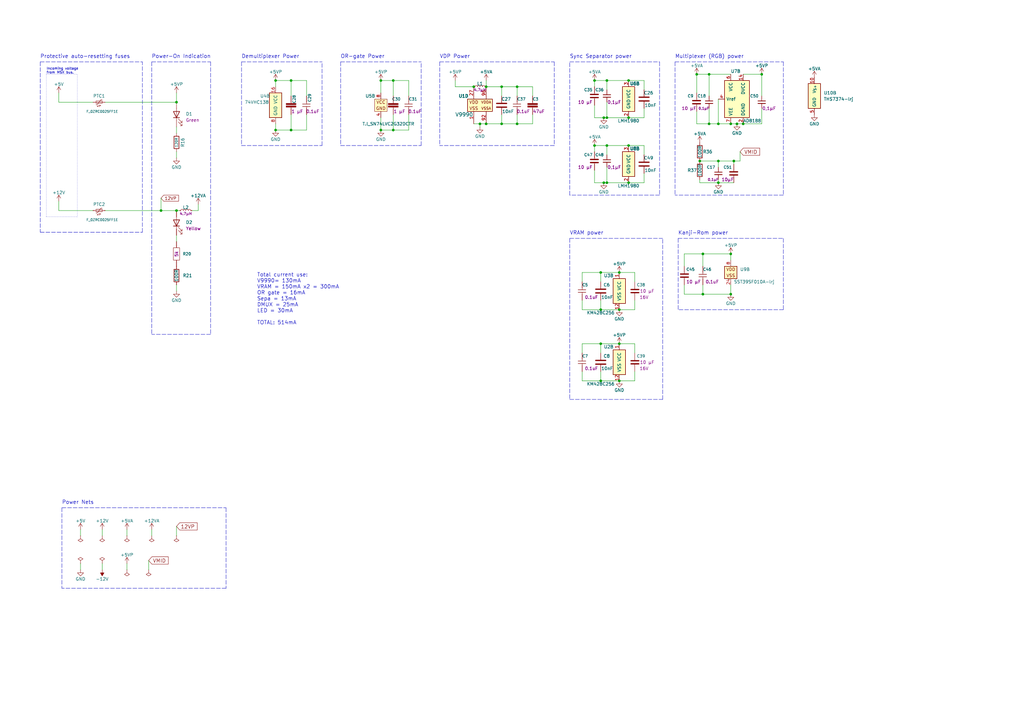
<source format=kicad_sch>
(kicad_sch (version 20211123) (generator eeschema)
  (paper "A3")
  (title_block (title "TRH9000D") (date "2022-12-29") (rev "AB") (comment 2 "Shared under CERN-OHL-S license") (comment 3 "TRH9000 - Open Source MSX Graphics Card based on the Yamaha V9990") (comment 4 "Designed  by: Cristiano Goncalves, Doomn00b, SD_Snatcher & Sunrise"))
  (junction (at 285.75 30.48))
  (junction (at 161.29 53.34))
  (junction (at 113.03 53.34))
  (junction (at 156.21 53.34))
  (junction (at 194.31 35.56))
  (junction (at 199.39 50.8))
  (junction (at 113.03 33.02))
  (junction (at 196.85 50.8))
  (junction (at 212.09 50.8))
  (junction (at 287.02 66.04))
  (junction (at 205.74 35.56))
  (junction (at 119.38 53.34))
  (junction (at 72.39 41.91))
  (junction (at 254 111.76))
  (junction (at 254 140.97))
  (junction (at 257.81 48.26))
  (junction (at 247.65 74.93))
  (junction (at 246.38 127))
  (junction (at 304.8 50.8))
  (junction (at 294.64 74.93))
  (junction (at 290.83 50.8))
  (junction (at 299.72 104.14))
  (junction (at 199.39 35.56))
  (junction (at 205.74 50.8))
  (junction (at 66.04 86.36))
  (junction (at 254 156.21))
  (junction (at 248.92 74.93))
  (junction (at 72.39 86.36))
  (junction (at 288.29 104.14))
  (junction (at 257.81 74.93))
  (junction (at 302.26 50.8))
  (junction (at 248.92 33.02))
  (junction (at 312.42 30.48))
  (junction (at 246.38 156.21))
  (junction (at 248.92 59.69))
  (junction (at 299.72 120.65))
  (junction (at 300.99 66.04))
  (junction (at 299.72 50.8))
  (junction (at 257.81 59.69))
  (junction (at 243.84 59.69))
  (junction (at 290.83 30.48))
  (junction (at 212.09 35.56))
  (junction (at 161.29 33.02))
  (junction (at 243.84 33.02))
  (junction (at 254 127))
  (junction (at 119.38 33.02))
  (junction (at 246.38 111.76))
  (junction (at 288.29 120.65))
  (junction (at 246.38 140.97))
  (junction (at 294.64 50.8))
  (junction (at 294.64 66.04))
  (junction (at 247.65 48.26))
  (junction (at 257.81 33.02))
  (junction (at 248.92 48.26))
  (junction (at 156.21 33.02))
  (polyline (pts (xy 16.51 95.25) (xy 58.42 95.25)))
  (wire (pts (xy 196.85 52.07) (xy 196.85 50.8)))
  (wire (pts (xy 119.38 33.02) (xy 113.03 33.02)))
  (wire (pts (xy 288.29 104.14) (xy 288.29 109.22)))
  (wire (pts (xy 81.28 83.82) (xy 81.28 86.36)))
  (wire (pts (xy 196.85 50.8) (xy 194.31 50.8)))
  (wire (pts (xy 238.76 127) (xy 246.38 127)))
  (wire (pts (xy 246.38 111.76) (xy 254 111.76)))
  (wire (pts (xy 24.13 38.1) (xy 24.13 41.91)))
  (wire (pts (xy 304.8 50.8) (xy 312.42 50.8)))
  (polyline (pts (xy 99.06 59.69) (xy 132.08 59.69)))
  (wire (pts (xy 72.39 54.61) (xy 72.39 52.07)))
  (polyline (pts (xy 278.13 97.79) (xy 321.31 97.79)))
  (wire (pts (xy 60.96 229.87) (xy 60.96 233.68)))
  (polyline (pts (xy 321.31 25.4) (xy 321.31 80.01)))
  (wire (pts (xy 248.92 74.93) (xy 247.65 74.93)))
  (polyline (pts (xy 233.68 25.4) (xy 270.51 25.4)))
  (wire (pts (xy 264.16 74.93) (xy 264.16 71.12)))
  (wire (pts (xy 264.16 33.02) (xy 264.16 36.83)))
  (wire (pts (xy 257.81 33.02) (xy 264.16 33.02)))
  (wire (pts (xy 248.92 74.93) (xy 257.81 74.93)))
  (wire (pts (xy 290.83 30.48) (xy 299.72 30.48)))
  (wire (pts (xy 294.64 50.8) (xy 299.72 50.8)))
  (wire (pts (xy 238.76 140.97) (xy 238.76 144.78)))
  (wire (pts (xy 246.38 144.78) (xy 246.38 140.97)))
  (polyline (pts (xy 19.05 88.9) (xy 31.75 88.9)) (stroke (width 0) (type dot)))
  (wire (pts (xy 66.04 81.28) (xy 66.04 86.36)))
  (wire (pts (xy 72.39 116.84) (xy 72.39 119.38)))
  (wire (pts (xy 290.83 50.8) (xy 294.64 50.8)))
  (polyline (pts (xy 139.7 59.69) (xy 172.72 59.69)))
  (wire (pts (xy 294.64 73.66) (xy 294.64 74.93)))
  (wire (pts (xy 72.39 86.36) (xy 73.66 86.36)))
  (wire (pts (xy 212.09 50.8) (xy 218.44 50.8)))
  (wire (pts (xy 257.81 74.93) (xy 264.16 74.93)))
  (wire (pts (xy 299.72 116.84) (xy 299.72 120.65)))
  (wire (pts (xy 167.64 53.34) (xy 161.29 53.34)))
  (polyline (pts (xy 19.05 30.48) (xy 31.75 30.48)) (stroke (width 0) (type dot)))
  (wire (pts (xy 285.75 50.8) (xy 290.83 50.8)))
  (wire (pts (xy 243.84 33.02) (xy 248.92 33.02)))
  (polyline (pts (xy 92.71 208.28) (xy 92.71 241.3)))
  (polyline (pts (xy 86.36 137.16) (xy 62.23 137.16)))
  (wire (pts (xy 119.38 39.37) (xy 119.38 33.02)))
  (wire (pts (xy 33.02 217.17) (xy 33.02 219.71)))
  (wire (pts (xy 156.21 33.02) (xy 156.21 38.1)))
  (wire (pts (xy 238.76 127) (xy 238.76 123.19)))
  (wire (pts (xy 246.38 156.21) (xy 254 156.21)))
  (polyline (pts (xy 227.33 25.4) (xy 227.33 59.69)))
  (wire (pts (xy 243.84 48.26) (xy 247.65 48.26)))
  (wire (pts (xy 246.38 115.57) (xy 246.38 111.76)))
  (wire (pts (xy 248.92 48.26) (xy 257.81 48.26)))
  (wire (pts (xy 280.67 120.65) (xy 288.29 120.65)))
  (polyline (pts (xy 233.68 163.83) (xy 271.78 163.83)))
  (wire (pts (xy 254 127) (xy 260.35 127)))
  (wire (pts (xy 218.44 46.99) (xy 218.44 50.8)))
  (wire (pts (xy 285.75 30.48) (xy 285.75 38.1)))
  (wire (pts (xy 212.09 39.37) (xy 212.09 35.56)))
  (wire (pts (xy 243.84 59.69) (xy 248.92 59.69)))
  (wire (pts (xy 212.09 46.99) (xy 212.09 50.8)))
  (polyline (pts (xy 16.51 25.4) (xy 16.51 95.25)))
  (wire (pts (xy 294.64 66.04) (xy 294.64 68.58)))
  (wire (pts (xy 299.72 104.14) (xy 299.72 106.68)))
  (wire (pts (xy 246.38 152.4) (xy 246.38 156.21)))
  (wire (pts (xy 24.13 86.36) (xy 38.1 86.36)))
  (wire (pts (xy 161.29 33.02) (xy 161.29 39.37)))
  (wire (pts (xy 254 156.21) (xy 260.35 156.21)))
  (wire (pts (xy 312.42 30.48) (xy 312.42 39.37)))
  (wire (pts (xy 38.1 41.91) (xy 24.13 41.91)))
  (wire (pts (xy 238.76 111.76) (xy 246.38 111.76)))
  (wire (pts (xy 294.64 66.04) (xy 300.99 66.04)))
  (wire (pts (xy 125.73 39.37) (xy 125.73 33.02)))
  (polyline (pts (xy 132.08 59.69) (xy 132.08 25.4)))
  (wire (pts (xy 257.81 48.26) (xy 264.16 48.26)))
  (wire (pts (xy 299.72 50.8) (xy 302.26 50.8)))
  (wire (pts (xy 72.39 38.1) (xy 72.39 41.91)))
  (wire (pts (xy 290.83 44.45) (xy 290.83 50.8)))
  (wire (pts (xy 212.09 35.56) (xy 218.44 35.56)))
  (wire (pts (xy 288.29 116.84) (xy 288.29 120.65)))
  (wire (pts (xy 125.73 46.99) (xy 125.73 53.34)))
  (polyline (pts (xy 321.31 80.01) (xy 276.86 80.01)))
  (polyline (pts (xy 321.31 97.79) (xy 321.31 127)))
  (wire (pts (xy 302.26 50.8) (xy 304.8 50.8)))
  (polyline (pts (xy 58.42 95.25) (xy 58.42 25.4)))
  (polyline (pts (xy 139.7 25.4) (xy 172.72 25.4)))
  (wire (pts (xy 33.02 231.14) (xy 33.02 233.68)))
  (wire (pts (xy 246.38 123.19) (xy 246.38 127)))
  (wire (pts (xy 248.92 59.69) (xy 248.92 63.5)))
  (wire (pts (xy 205.74 46.99) (xy 205.74 50.8)))
  (wire (pts (xy 186.69 33.02) (xy 186.69 35.56)))
  (wire (pts (xy 260.35 144.78) (xy 260.35 140.97)))
  (polyline (pts (xy 227.33 59.69) (xy 180.34 59.69)))
  (polyline (pts (xy 233.68 80.01) (xy 233.68 25.4)))
  (wire (pts (xy 167.64 39.37) (xy 167.64 33.02)))
  (wire (pts (xy 238.76 156.21) (xy 238.76 152.4)))
  (wire (pts (xy 238.76 156.21) (xy 246.38 156.21)))
  (wire (pts (xy 72.39 99.06) (xy 72.39 96.52)))
  (wire (pts (xy 260.35 115.57) (xy 260.35 111.76)))
  (wire (pts (xy 312.42 44.45) (xy 312.42 50.8)))
  (wire (pts (xy 43.18 86.36) (xy 66.04 86.36)))
  (wire (pts (xy 243.84 33.02) (xy 243.84 35.56)))
  (polyline (pts (xy 62.23 25.4) (xy 62.23 137.16)))
  (wire (pts (xy 294.64 40.64) (xy 294.64 50.8)))
  (wire (pts (xy 304.8 30.48) (xy 312.42 30.48)))
  (wire (pts (xy 260.35 111.76) (xy 254 111.76)))
  (wire (pts (xy 280.67 116.84) (xy 280.67 120.65)))
  (polyline (pts (xy 180.34 25.4) (xy 227.33 25.4)))
  (polyline (pts (xy 271.78 163.83) (xy 271.78 97.79)))
  (wire (pts (xy 303.53 62.23) (xy 303.53 66.04)))
  (wire (pts (xy 218.44 35.56) (xy 218.44 39.37)))
  (polyline (pts (xy 25.4 208.28) (xy 92.71 208.28)))
  (wire (pts (xy 72.39 62.23) (xy 72.39 64.77)))
  (wire (pts (xy 238.76 111.76) (xy 238.76 115.57)))
  (wire (pts (xy 243.84 69.85) (xy 243.84 74.93)))
  (wire (pts (xy 248.92 33.02) (xy 248.92 36.83)))
  (wire (pts (xy 257.81 59.69) (xy 264.16 59.69)))
  (wire (pts (xy 119.38 53.34) (xy 113.03 53.34)))
  (wire (pts (xy 41.91 217.17) (xy 41.91 219.71)))
  (wire (pts (xy 119.38 46.99) (xy 119.38 53.34)))
  (wire (pts (xy 248.92 48.26) (xy 247.65 48.26)))
  (polyline (pts (xy 270.51 80.01) (xy 233.68 80.01)))
  (wire (pts (xy 248.92 59.69) (xy 257.81 59.69)))
  (wire (pts (xy 287.02 66.04) (xy 294.64 66.04)))
  (polyline (pts (xy 16.51 25.4) (xy 58.42 25.4)))
  (wire (pts (xy 43.18 41.91) (xy 72.39 41.91)))
  (polyline (pts (xy 321.31 127) (xy 278.13 127)))
  (wire (pts (xy 199.39 50.8) (xy 205.74 50.8)))
  (polyline (pts (xy 276.86 25.4) (xy 276.86 80.01)))
  (wire (pts (xy 285.75 30.48) (xy 290.83 30.48)))
  (wire (pts (xy 156.21 53.34) (xy 161.29 53.34)))
  (wire (pts (xy 243.84 74.93) (xy 247.65 74.93)))
  (wire (pts (xy 199.39 50.8) (xy 196.85 50.8)))
  (wire (pts (xy 52.07 217.17) (xy 52.07 219.71)))
  (polyline (pts (xy 86.36 25.4) (xy 86.36 137.16)))
  (wire (pts (xy 24.13 86.36) (xy 24.13 82.55)))
  (wire (pts (xy 113.03 33.02) (xy 113.03 35.56)))
  (wire (pts (xy 264.16 59.69) (xy 264.16 63.5)))
  (polyline (pts (xy 233.68 97.79) (xy 271.78 97.79)))
  (wire (pts (xy 260.35 140.97) (xy 254 140.97)))
  (wire (pts (xy 156.21 48.26) (xy 156.21 53.34)))
  (polyline (pts (xy 276.86 25.4) (xy 321.31 25.4)))
  (wire (pts (xy 300.99 66.04) (xy 303.53 66.04)))
  (polyline (pts (xy 270.51 25.4) (xy 270.51 80.01)))
  (polyline (pts (xy 62.23 25.4) (xy 86.36 25.4)))
  (polyline (pts (xy 172.72 59.69) (xy 172.72 25.4)))
  (wire (pts (xy 205.74 39.37) (xy 205.74 35.56)))
  (wire (pts (xy 66.04 86.36) (xy 72.39 86.36)))
  (wire (pts (xy 280.67 109.22) (xy 280.67 104.14)))
  (polyline (pts (xy 19.05 30.48) (xy 19.05 88.9)) (stroke (width 0) (type dot)))
  (wire (pts (xy 243.84 59.69) (xy 243.84 62.23)))
  (polyline (pts (xy 99.06 25.4) (xy 99.06 59.69)))
  (wire (pts (xy 290.83 30.48) (xy 290.83 39.37)))
  (polyline (pts (xy 180.34 25.4) (xy 180.34 59.69)))
  (wire (pts (xy 205.74 50.8) (xy 212.09 50.8)))
  (wire (pts (xy 280.67 104.14) (xy 288.29 104.14)))
  (wire (pts (xy 167.64 33.02) (xy 161.29 33.02)))
  (wire (pts (xy 113.03 50.8) (xy 113.03 53.34)))
  (wire (pts (xy 248.92 68.58) (xy 248.92 74.93)))
  (wire (pts (xy 186.69 35.56) (xy 194.31 35.56)))
  (wire (pts (xy 62.23 217.17) (xy 62.23 219.71)))
  (wire (pts (xy 285.75 45.72) (xy 285.75 50.8)))
  (wire (pts (xy 288.29 120.65) (xy 299.72 120.65)))
  (wire (pts (xy 205.74 35.56) (xy 212.09 35.56)))
  (wire (pts (xy 41.91 231.14) (xy 41.91 233.68)))
  (wire (pts (xy 81.28 86.36) (xy 78.74 86.36)))
  (wire (pts (xy 125.73 33.02) (xy 119.38 33.02)))
  (wire (pts (xy 288.29 104.14) (xy 299.72 104.14)))
  (polyline (pts (xy 31.75 88.9) (xy 31.75 30.48)) (stroke (width 0) (type dot)))
  (polyline (pts (xy 233.68 97.79) (xy 233.68 163.83)))
  (wire (pts (xy 294.64 74.93) (xy 300.99 74.93)))
  (polyline (pts (xy 25.4 208.28) (xy 25.4 241.3)))
  (polyline (pts (xy 278.13 97.79) (xy 278.13 127)))
  (wire (pts (xy 264.16 48.26) (xy 264.16 44.45)))
  (wire (pts (xy 248.92 41.91) (xy 248.92 48.26)))
  (wire (pts (xy 52.07 233.68) (xy 52.07 231.14)))
  (wire (pts (xy 199.39 33.02) (xy 199.39 35.56)))
  (wire (pts (xy 167.64 46.99) (xy 167.64 53.34)))
  (wire (pts (xy 287.02 73.66) (xy 287.02 74.93)))
  (wire (pts (xy 125.73 53.34) (xy 119.38 53.34)))
  (wire (pts (xy 248.92 33.02) (xy 257.81 33.02)))
  (wire (pts (xy 246.38 127) (xy 254 127)))
  (wire (pts (xy 260.35 123.19) (xy 260.35 127)))
  (wire (pts (xy 238.76 140.97) (xy 246.38 140.97)))
  (wire (pts (xy 287.02 74.93) (xy 294.64 74.93)))
  (wire (pts (xy 72.39 215.9) (xy 72.39 219.71)))
  (wire (pts (xy 156.21 33.02) (xy 161.29 33.02)))
  (polyline (pts (xy 99.06 25.4) (xy 132.08 25.4)))
  (wire (pts (xy 161.29 46.99) (xy 161.29 53.34)))
  (wire (pts (xy 246.38 140.97) (xy 254 140.97)))
  (wire (pts (xy 260.35 152.4) (xy 260.35 156.21)))
  (wire (pts (xy 300.99 66.04) (xy 300.99 67.31)))
  (polyline (pts (xy 92.71 241.3) (xy 25.4 241.3)))
  (polyline (pts (xy 139.7 25.4) (xy 139.7 59.69)))
  (wire (pts (xy 243.84 43.18) (xy 243.84 48.26)))
  (wire (pts (xy 199.39 35.56) (xy 205.74 35.56)))
  (text "OR-gate Power" (at 139.7 24.13 0) (effects (font (size 1.524 1.524)) (justify left bottom)))
  (text "Total current use:\nV9990= 130mA\nVRAM = 150mA x2 = 300mA\nOR gate = 16mA\nSepa = 13mA\nDMUX = 25mA\nLED = 30mA\n\nTOTAL: 514mA" (at 105.41 133.35 0) (effects (font (size 1.524 1.524)) (justify left bottom)))
  (text "Sync Separator power" (at 233.68 24.13 0) (effects (font (size 1.524 1.524)) (justify left bottom)))
  (text "Power Nets" (at 25.4 207.01 0) (effects (font (size 1.524 1.524)) (justify left bottom)))
  (text "Power-On Indication" (at 62.23 24.13 0) (effects (font (size 1.524 1.524)) (justify left bottom)))
  (text "VRAM power\n" (at 233.68 96.52 0) (effects (font (size 1.524 1.524)) (justify left bottom)))
  (text "Kanji-Rom power\n" (at 278.13 96.52 0) (effects (font (size 1.524 1.524)) (justify left bottom)))
  (text "Incoming voltage \nfrom MSX bus." (at 19.05 30.48 0) (effects (font (size 1 1)) (justify left bottom)))
  (text "Multiplexer (RGB) power" (at 276.86 24.13 0) (effects (font (size 1.524 1.524)) (justify left bottom)))
  (text "Protective auto-resetting fuses" (at 16.51 24.13 0) (effects (font (size 1.524 1.524)) (justify left bottom)))
  (text "Demultiplexer Power" (at 99.06 24.13 0) (effects (font (size 1.524 1.524)) (justify left bottom)))
  (text "VDP Power" (at 180.34 24.13 0) (effects (font (size 1.524 1.524)) (justify left bottom)))
  (global_label "12VP" (shape input) (at 72.39 215.9 0) (effects (font (size 1.5 1.5))) (property "Intersheet References" "${INTERSHEET_REFS}" (effects hide)))
  (global_label "VMID" (shape input) (at 60.96 229.87 0) (effects (font (size 1.5 1.5))) (property "Intersheet References" "${INTERSHEET_REFS}" (effects hide)))
  (global_label "12VP" (shape input) (at 66.04 81.28 0) (property "Intersheet References" "${INTERSHEET_REFS}" (effects hide)))
  (global_label "VMID" (shape input) (at 303.53 62.23 0) (effects (font (size 1.5 1.5))) (property "Intersheet References" "${INTERSHEET_REFS}" (effects hide)))
  (symbol (lib_id "LRJ-parts:C_CL10B104KB8NNNL") (at 312.42 41.91 0) (mirror y) (unit 1)
    (property "Reference" "C50" (at 311.15 39.37 0) (effects (font (size 1.143 1.143)) (justify left)))
    (property "Value" "C_CL10B104KB8NNNL" (effects hide))
    (property "Footprint" "Capacitor_SMD:C_0603_1608Metric_Pad1.08x0.95mm_HandSolder" (effects hide))
    (property "Datasheet" "http://product.samsungsem.com/mlcc/CL10B104KB8NNN.do" (effects hide))
    (property "Manufacturer" "Samsung Electro-Mechanics" (effects hide))
    (property "MPN" "CL10B104KB8NNNL" (effects hide))
    (property "Temperature Coefficient " "X7R" (effects hide))
    (property "Capacitance " " 0,1µF" (at 314.96 44.45 0))
    (property "Tolerance" " ±10% " (effects hide))
    (property "Operating Temperature " " -55°C to +125°C " (effects hide))
    (property "Package" "1608 Metric" (effects hide))
    (property "DK_Datasheet" "https://media.digikey.com/pdf/Data%20Sheets/Samsung%20PDFs/CL_Series_MLCC_ds.pdf" (effects hide))
    (property "Voltage Rating" "50V" (effects hide))
  )
  (symbol (lib_id "LRJ-parts:C_CC0805JPX7R9BB104") (at 238.76 119.38 0) (unit 1)
    (property "Reference" "C5" (at 238.76 116.84 0) (effects (font (size 1.143 1.143)) (justify left)))
    (property "Value" "C_CC0805JPX7R9BB104" (effects hide))
    (property "Footprint" "Capacitor_SMD:C_0805_2012Metric" (effects hide))
    (property "Datasheet" "https://www.yageo.com/upload/media/product/productsearch/datasheet/mlcc/UPY-GPHC_X7R_6.3V-to-50V_18.pdf" (effects hide))
    (property "Manufacturer" "Yageo" (effects hide))
    (property "MPN" "CC0805JPX7R9BB104" (effects hide))
    (property "Mouser datasheet" "https://www.mouser.se/datasheet/2/427/vjcommercialseries-1764145.pdf" (effects hide))
    (property "Capacitance" "0.1uF" (at 242.57 121.92 0))
    (property "Voltage rating" "50V" (effects hide))
    (property "Temperature Coefficient " "X7R" (effects hide))
    (property "Mounting type" "SMD" (effects hide))
    (property "Status" "Active" (effects hide))
  )
  (symbol (lib_id "power:-12V") (at 41.91 233.68 180) (unit 1)
    (property "Reference" "#PWR0103" (effects hide))
    (property "Value" "-12V" (at 41.91 237.49 0))
  )
  (symbol (lib_id "LRJ-parts:C_CL21B105KBFNNNF") (at 119.38 44.45 0) (unit 1)
    (property "Reference" "C28" (at 120.65 40.64 90) (effects (font (size 1.143 1.143))))
    (property "Value" "C_CL21B105KBFNNNF" (effects hide))
    (property "Footprint" "Capacitor_SMD:C_0805_2012Metric_Pad1.18x1.45mm_HandSolder" (effects hide))
    (property "Datasheet" "http://www.samsungsem.com/kr/support/product-search/mlcc/CL21B105KBFNNNF.jsp" (effects hide))
    (property "Capacitance" "1 µF" (at 121.92 45.72 0))
    (property "MPN" "CL21B105KBFNNNF" (effects hide))
    (property "Manufacturer" "Samsung Electro-Mechanics" (effects hide))
    (property "Voltage rating" "50V" (effects hide))
  )
  (symbol (lib_id "Device:C") (at 246.38 148.59 180) (unit 1)
    (property "Reference" "C8" (at 250.19 146.05 0) (effects (justify left)))
    (property "Value" "10nF" (at 251.46 151.13 0) (effects (justify left)))
    (property "Footprint" "Capacitor_SMD:C_0805_2012Metric" (effects hide))
  )
  (symbol (lib_id "LRJ-parts:THS7374-lrj") (at 334.01 39.37 0) (unit 2)
    (property "Reference" "U10" (at 337.82 38.0999 0) (effects (justify left)))
    (property "Value" "THS7374-lrj" (at 337.82 40.6399 0) (effects (justify left)))
    (property "Footprint" "Package_SO:TSSOP-14_4.4x5mm_P0.65mm" (effects hide))
    (property "Datasheet" "https://www.ti.com/lit/ds/symlink/ths7374.pdf" (effects hide))
    (property "MPN" "THS7374IPWR" (effects hide))
    (property "Manufacturer" "Texas Instruments" (effects hide))
  )
  (symbol (lib_id "power:+5VP") (at 254 111.76 0) (unit 1)
    (property "Reference" "#PWR022" (effects hide))
    (property "Value" "+5VP" (at 254 108.204 0))
  )
  (symbol (lib_id "power:+5VA") (at 334.01 31.75 0) (unit 1)
    (property "Reference" "#PWR031" (effects hide))
    (property "Value" "+5VA" (at 334.01 28.194 0))
  )
  (symbol (lib_name "LMH1980_1") (lib_id "LRJ-parts:LMH1980") (at 257.81 67.31 0) (unit 2)
    (property "Reference" "U8" (at 260.35 60.96 0) (effects (font bold)))
    (property "Value" "LMH1980" (at 257.81 76.2 0))
    (property "Footprint" "Package_SO:VSSOP-10_3x3mm_P0.5mm" (effects hide))
    (property "Datasheet" "https://www.ti.com/lit/gpn/lmh1980" (effects hide))
    (property "Manufacturer" "Texas Instruments" (effects hide))
    (property "MPN" "LMH1980MM/NOPBCT" (effects hide))
    (property "Description" " Video sync separator " (effects hide))
  )
  (symbol (lib_id "LRJ-parts:F_0ZRC0025FF1E") (at 40.64 41.91 0) (unit 1)
    (property "Reference" "PTC1" (at 40.64 39.37 0))
    (property "Value" "F_0ZRC0025FF1E" (at 41.91 45.72 0) (effects (font (size 1 1))))
    (property "Footprint" "LRJ:Fuse_BelFuse_0ZRC0025FF_L7.4mm_W3.1mm" (effects hide))
    (property "Datasheet" "https://www.belfuse.com/resources/datasheets/circuitprotection/ds-cp-0zrc-series.pdf" (effects hide))
    (property "Mouser datasheet" "https://www.mouser.se/datasheet/2/643/ds_CP_0zrc_series-1960444.pdf" (effects hide))
    (property "Manufacturer" "Bel Fuse" (effects hide))
    (property "MPN" "0ZRC0025FF1E" (effects hide))
    (property "Mouser detail page" "https://www.mouser.se/ProductDetail/Bel-Fuse/0ZRR0025FF1E?qs=sGAEpiMZZMsgjL4JkW1EEfXguERLteQwfOQPKL3HsavMQ3uXsf6NIw%3D%3D" (effects hide))
    (property "Ih" "250mA" (effects hide))
    (property "It" "500mA" (effects hide))
    (property "Ri (min)" "1,25 Ohms " (effects hide))
    (property "Time to Trip " "2.5s" (effects hide))
    (property "Operating Temperature " " -40°C to +85°C" (effects hide))
    (property "Mounting type" "THT" (effects hide))
    (property "Status" "Active" (effects hide))
    (property "Price" "0,25€" (effects hide))
    (property "Current Rating" "40A" (effects hide))
  )
  (symbol (lib_id "power:+5VA") (at 243.84 33.02 0) (unit 1)
    (property "Reference" "#PWR024" (effects hide))
    (property "Value" "+5VA" (at 243.84 29.464 0))
  )
  (symbol (lib_id "Device:C") (at 246.38 119.38 180) (unit 1)
    (property "Reference" "C6" (at 250.19 116.84 0) (effects (justify left)))
    (property "Value" "10nF" (at 251.46 121.92 0) (effects (justify left)))
    (property "Footprint" "Capacitor_SMD:C_0805_2012Metric" (effects hide))
  )
  (symbol (lib_id "power:+5VP") (at 52.07 231.14 0) (unit 1)
    (property "Reference" "#PWR012" (effects hide))
    (property "Value" "+5VP" (at 52.07 227.584 0))
  )
  (symbol (lib_id "power:GND") (at 247.65 48.26 0) (unit 1)
    (property "Reference" "#PWR018" (effects hide))
    (property "Value" "GND" (at 247.65 52.07 0))
  )
  (symbol (lib_id "LRJ-parts:C_CL10B104KB8NNNL") (at 248.92 66.04 0) (mirror y) (unit 1)
    (property "Reference" "C48" (at 247.65 63.5 0) (effects (font (size 1.143 1.143)) (justify left)))
    (property "Value" "C_CL10B104KB8NNNL" (effects hide))
    (property "Footprint" "Capacitor_SMD:C_0603_1608Metric_Pad1.08x0.95mm_HandSolder" (effects hide))
    (property "Datasheet" "http://product.samsungsem.com/mlcc/CL10B104KB8NNN.do" (effects hide))
    (property "Manufacturer" "Samsung Electro-Mechanics" (effects hide))
    (property "MPN" "CL10B104KB8NNNL" (effects hide))
    (property "Temperature Coefficient " "X7R" (effects hide))
    (property "Capacitance " " 0,1µF" (at 251.46 68.58 0))
    (property "Tolerance" " ±10% " (effects hide))
    (property "Operating Temperature " " -55°C to +125°C " (effects hide))
    (property "Package" "1608 Metric" (effects hide))
    (property "DK_Datasheet" "https://media.digikey.com/pdf/Data%20Sheets/Samsung%20PDFs/CL_Series_MLCC_ds.pdf" (effects hide))
    (property "Voltage Rating" "50V" (effects hide))
  )
  (symbol (lib_id "power:+5VA") (at 199.39 33.02 0) (unit 1)
    (property "Reference" "#PWR010" (effects hide))
    (property "Value" "+5VA" (at 199.39 29.464 0))
  )
  (symbol (lib_id "LRJ-parts:C_CL10B104KB8NNNL") (at 248.92 39.37 0) (mirror y) (unit 1)
    (property "Reference" "C36" (at 247.65 36.83 0) (effects (font (size 1.143 1.143)) (justify left)))
    (property "Value" "C_CL10B104KB8NNNL" (effects hide))
    (property "Footprint" "Capacitor_SMD:C_0603_1608Metric_Pad1.08x0.95mm_HandSolder" (effects hide))
    (property "Datasheet" "http://product.samsungsem.com/mlcc/CL10B104KB8NNN.do" (effects hide))
    (property "Manufacturer" "Samsung Electro-Mechanics" (effects hide))
    (property "MPN" "CL10B104KB8NNNL" (effects hide))
    (property "Temperature Coefficient " "X7R" (effects hide))
    (property "Capacitance " " 0,1µF" (at 251.46 41.91 0))
    (property "Tolerance" " ±10% " (effects hide))
    (property "Operating Temperature " " -55°C to +125°C " (effects hide))
    (property "Package" "1608 Metric" (effects hide))
    (property "DK_Datasheet" "https://media.digikey.com/pdf/Data%20Sheets/Samsung%20PDFs/CL_Series_MLCC_ds.pdf" (effects hide))
    (property "Voltage Rating" "50V" (effects hide))
  )
  (symbol (lib_id "power:GND") (at 156.21 53.34 0) (unit 1)
    (property "Reference" "#PWR05" (effects hide))
    (property "Value" "GND" (at 156.21 57.15 0))
  )
  (symbol (lib_id "TRH9000:74VHC138") (at 113.03 43.18 0) (unit 2)
    (property "Reference" "U4" (at 106.68 39.37 0) (effects (justify left)))
    (property "Value" "74VHC138" (at 100.33 41.91 0) (effects (justify left)))
    (property "Footprint" "Package_SO:SO-16_3.9x9.9mm_P1.27mm" (effects hide))
    (property "Datasheet" "https://media.digikey.com/pdf/Data%20Sheets/Toshiba%20PDFs/TC74VHC138F,FN,FT,FK.pdf" (effects hide))
    (property "MPN" "74VHC138FT" (effects hide))
    (property "Manufacturer" " Toshiba Semiconductor and Storage" (effects hide))
    (property "Description" "DECODER/DEMUX 3:8, x1" (effects hide))
  )
  (symbol (lib_id "power:+5VP") (at 186.69 33.02 0) (unit 1)
    (property "Reference" "#PWR020" (effects hide))
    (property "Value" "+5VP" (at 186.69 29.464 0))
  )
  (symbol (lib_id "power:+5VP") (at 72.39 38.1 0) (unit 1)
    (property "Reference" "#PWR04" (effects hide))
    (property "Value" "+5VP" (at 72.39 34.544 0))
  )
  (symbol (lib_id "LRJ-parts:SunLED_XCVG12D") (at 72.39 46.99 90) (unit 1)
    (property "Reference" "D1" (at 76.2 46.7359 90) (effects (justify right)))
    (property "Value" "SunLED_XCVG12D" (effects hide))
    (property "Footprint" "LED_THT:LED_D5.0mm" (effects hide))
    (property "Datasheet" "https://www.sunledusa.com/products/spec/XCVG12D.pdf" (effects hide))
    (property "Manufacturer" "SunLED" (effects hide))
    (property "MPN" "XCVG12D" (effects hide))
    (property "Status" "Active" (effects hide))
    (property "Colour" "Green" (at 76.2 49.2759 90) (effects (justify right)))
    (property "Wavelength - dominant" "570nM" (effects hide))
    (property "Vf" "1.9V" (effects hide))
  )
  (symbol (lib_name "C_CC0805JPX7R9BB104_3") (lib_id "LRJ-parts:C_CC0805JPX7R9BB104") (at 238.76 148.59 0) (unit 1)
    (property "Reference" "C7" (at 238.76 146.05 0) (effects (font (size 1.143 1.143)) (justify left)))
    (property "Value" "C_CC0805JPX7R9BB104" (effects hide))
    (property "Footprint" "Capacitor_SMD:C_0805_2012Metric" (effects hide))
    (property "Datasheet" "https://www.yageo.com/upload/media/product/productsearch/datasheet/mlcc/UPY-GPHC_X7R_6.3V-to-50V_18.pdf" (effects hide))
    (property "Manufacturer" "Yageo" (effects hide))
    (property "MPN" "CC0805JPX7R9BB104" (effects hide))
    (property "Mouser datasheet" "https://www.mouser.se/datasheet/2/427/vjcommercialseries-1764145.pdf" (effects hide))
    (property "Capacitance" "0.1uF" (at 242.57 151.13 0))
    (property "Voltage rating" "50V" (effects hide))
    (property "Temperature Coefficient " "X7R" (effects hide))
    (property "Mounting type" "SMD" (effects hide))
    (property "Status" "Active" (effects hide))
  )
  (symbol (lib_id "Device:C") (at 264.16 67.31 180) (unit 1)
    (property "Reference" "C49" (at 267.97 64.77 0) (effects (justify left)))
    (property "Value" "10nF" (at 269.24 69.85 0) (effects (justify left)))
    (property "Footprint" "Capacitor_SMD:C_0805_2012Metric" (effects hide))
  )
  (symbol (lib_id "Device:R") (at 287.02 69.85 0) (unit 1)
    (property "Reference" "R37" (at 281.94 69.85 0) (effects (justify left)))
    (property "Value" "100R" (at 287.02 72.39 90) (effects (justify left)))
    (property "Footprint" "Resistor_SMD:R_0805_2012Metric" (effects hide))
  )
  (symbol (lib_id "power:GND") (at 196.85 52.07 0) (unit 1)
    (property "Reference" "#PWR0123" (effects hide))
    (property "Value" "GND" (at 196.85 55.88 0))
  )
  (symbol (lib_id "LRJ-parts:C_CL21B106KOQNNNE") (at 260.35 148.59 0) (mirror y) (unit 1)
    (property "Reference" "C39" (at 262.89 146.05 0) (effects (font (size 1.143 1.143))))
    (property "Value" "C_CL21B106KOQNNNE" (effects hide))
    (property "Footprint" "Capacitor_SMD:C_0805_2012Metric" (effects hide))
    (property "Datasheet" "https://media.digikey.com/pdf/Data%20Sheets/Samsung%20PDFs/CL_Series_MLCC_ds.pdf" (effects hide))
    (property "Manufacturer" "Samsung Electro-Mechanics" (effects hide))
    (property "MPN" "CL21B106KOQNNNE" (effects hide))
    (property "Capacitance" "10 µF" (at 265.43 148.59 0))
    (property "Voltage rating" "16V" (at 264.16 151.13 0))
    (property "Temperature Coefficient " "X7R" (effects hide))
    (property "Mounting type" "SMD" (effects hide))
    (property "Status" "Active" (effects hide))
    (property "Description" "CAP CER 10UF 16V X7R 0805" (effects hide))
  )
  (symbol (lib_id "power:+5VA") (at 52.07 217.17 0) (unit 1)
    (property "Reference" "#PWR01" (effects hide))
    (property "Value" "+5VA" (at 52.07 213.614 0))
  )
  (symbol (lib_id "LRJ-parts:C_CL21B106KOQNNNE") (at 300.99 71.12 0) (unit 1)
    (property "Reference" "C51" (at 298.45 68.58 0) (effects (font (size 1.143 1.143))))
    (property "Value" "C_CL21B106KOQNNNE" (effects hide))
    (property "Footprint" "Capacitor_SMD:C_0805_2012Metric" (effects hide))
    (property "Datasheet" "https://media.digikey.com/pdf/Data%20Sheets/Samsung%20PDFs/CL_Series_MLCC_ds.pdf" (effects hide))
    (property "Manufacturer" "Samsung Electro-Mechanics" (effects hide))
    (property "MPN" "CL21B106KOQNNNE" (effects hide))
    (property "Capacitance" "10µF" (at 298.45 73.66 0))
    (property "Voltage rating" "16V" (effects hide))
    (property "Temperature Coefficient " "X7R" (effects hide))
    (property "Mounting type" "SMD" (effects hide))
    (property "Status" "Active" (effects hide))
    (property "Description" "CAP CER 10UF 16V X7R 0805" (effects hide))
  )
  (symbol (lib_id "power:+12V") (at 41.91 217.17 0) (unit 1)
    (property "Reference" "#PWR0105" (effects hide))
    (property "Value" "+12V" (at 41.91 213.614 0))
  )
  (symbol (lib_id "LRJ-parts:L_MLZ2012M4R7HT000") (at 76.2 86.36 90) (unit 1)
    (property "Reference" "L2" (at 76.2 85.09 90))
    (property "Value" "L_MLZ2012M4R7HT000" (effects hide))
    (property "Footprint" "Inductor_SMD:L_0805_2012Metric" (effects hide))
    (property "Datasheet" "https://product.tdk.com/en/system/files?file=dam/doc/product/inductor/inductor/smd/catalog/inductor_commercial_decoupling_mlz2012_en.pdf" (effects hide))
    (property "MPN" "MLZ2012M4R7HT000" (effects hide))
    (property "Manufacturer" "TDK Corporation" (effects hide))
    (property "Current Rating" "0.4A" (effects hide))
    (property "Inductance" "4.7µH" (at 76.2 87.63 90) (effects (font (size 1.1 1.1))))
  )
  (symbol (lib_id "LRJ-parts:R_RT0603BRE075KL") (at 72.39 104.14 90) (unit 1)
    (property "Reference" "R20" (at 74.93 104.14 90) (effects (font (size 1.143 1.143)) (justify right)))
    (property "Value" "R_RT0603BRE075KL" (effects hide))
    (property "Footprint" "Resistor_SMD:R_0603_1608Metric_Pad0.98x0.95mm_HandSolder" (effects hide))
    (property "Datasheet" "https://www.yageo.com/upload/media/product/productsearch/datasheet/rchip/PYu-RT_1-to-0.01_RoHS_L_12.pdf" (effects hide))
    (property "MPN" "MFR-25FBF52-10K" (effects hide))
    (property "Manufacturer" "Yageo" (effects hide))
    (property "Resistance" "5k" (at 72.39 104.14 0))
    (property "Tolerance" " ±0.1%" (effects hide))
    (property "Voltage rating" "75V" (effects hide))
    (property "Power" "0.1W" (effects hide))
    (property "Status" "Active" (effects hide))
    (property "Price" "€0,31" (effects hide))
    (property "Type" "SMD" (effects hide))
  )
  (symbol (lib_id "power:GND") (at 33.02 233.68 0) (unit 1)
    (property "Reference" "#PWR0104" (effects hide))
    (property "Value" "GND" (at 33.02 237.49 0))
  )
  (symbol (lib_id "power:+5VP") (at 254 140.97 0) (unit 1)
    (property "Reference" "#PWR025" (effects hide))
    (property "Value" "+5VP" (at 254 137.414 0))
  )
  (symbol (lib_id "power:GND") (at 247.65 74.93 0) (unit 1)
    (property "Reference" "#PWR040" (effects hide))
    (property "Value" "GND" (at 247.65 78.74 0))
  )
  (symbol (lib_id "LRJ-parts:C_CL21B106KOQNNNE") (at 260.35 119.38 0) (mirror y) (unit 1)
    (property "Reference" "C38" (at 262.89 116.84 0) (effects (font (size 1.143 1.143))))
    (property "Value" "C_CL21B106KOQNNNE" (effects hide))
    (property "Footprint" "Capacitor_SMD:C_0805_2012Metric" (effects hide))
    (property "Datasheet" "https://media.digikey.com/pdf/Data%20Sheets/Samsung%20PDFs/CL_Series_MLCC_ds.pdf" (effects hide))
    (property "Manufacturer" "Samsung Electro-Mechanics" (effects hide))
    (property "MPN" "CL21B106KOQNNNE" (effects hide))
    (property "Capacitance" "10 µF" (at 265.43 119.38 0))
    (property "Voltage rating" "16V" (at 264.16 121.92 0))
    (property "Temperature Coefficient " "X7R" (effects hide))
    (property "Mounting type" "SMD" (effects hide))
    (property "Status" "Active" (effects hide))
    (property "Description" "CAP CER 10UF 16V X7R 0805" (effects hide))
  )
  (symbol (lib_name "C_CC0805JPX7R9BB104_4") (lib_id "LRJ-parts:C_CC0805JPX7R9BB104") (at 212.09 43.18 0) (unit 1)
    (property "Reference" "C37" (at 212.09 40.64 0) (effects (font (size 1.143 1.143)) (justify left)))
    (property "Value" "C_CC0805JPX7R9BB104" (effects hide))
    (property "Footprint" "Capacitor_SMD:C_0805_2012Metric" (effects hide))
    (property "Datasheet" "https://www.yageo.com/upload/media/product/productsearch/datasheet/mlcc/UPY-GPHC_X7R_6.3V-to-50V_18.pdf" (effects hide))
    (property "Manufacturer" "Yageo" (effects hide))
    (property "MPN" "CC0805JPX7R9BB104" (effects hide))
    (property "Mouser datasheet" "https://www.mouser.se/datasheet/2/427/vjcommercialseries-1764145.pdf" (effects hide))
    (property "Capacitance" "0.1uF" (at 214.63 45.72 0))
    (property "Voltage rating" "50V" (effects hide))
    (property "Temperature Coefficient " "X7R" (effects hide))
    (property "Mounting type" "SMD" (effects hide))
    (property "Status" "Active" (effects hide))
  )
  (symbol (lib_id "TRH9000:V9990") (at 196.85 43.18 0) (unit 4)
    (property "Reference" "U1" (at 187.96 39.37 0) (effects (font bold) (justify left)))
    (property "Value" "V9990" (at 186.69 46.99 0) (effects (font (size 1.524 1.524)) (justify left)))
    (property "Footprint" "trh9000:LQFP-128_28x28mm_P0.8mm" (effects hide))
    (property "Datasheet" "https://www.msx.org/wiki/Yamaha_V9990" (effects hide))
    (property "Manufacturer" "Yamaha" (effects hide))
    (property "MPN" "V9990" (effects hide))
    (property "Description" "Video Display Processor (VDP)" (effects hide))
    (property "Status" "OBSOLETE" (effects hide))
  )
  (symbol (lib_id "power:GND") (at 299.72 120.65 0) (unit 1)
    (property "Reference" "#PWR037" (effects hide))
    (property "Value" "GND" (at 299.72 124.46 0))
  )
  (symbol (lib_id "power:PWR_FLAG") (at 33.02 219.71 180) (unit 1)
    (property "Reference" "#FLG0103" (effects hide))
    (property "Value" "PWR_FLAG" (effects hide))
  )
  (symbol (lib_id "power:PWR_FLAG") (at 60.96 233.68 180) (unit 1)
    (property "Reference" "#FLG03" (effects hide))
    (property "Value" "PWR_FLAG" (effects hide))
  )
  (symbol (lib_id "power:GND") (at 113.03 53.34 0) (unit 1)
    (property "Reference" "#PWR0134" (effects hide))
    (property "Value" "GND" (at 113.03 57.15 0))
  )
  (symbol (lib_id "power:PWR_FLAG") (at 41.91 231.14 0) (unit 1)
    (property "Reference" "#FLG0102" (effects hide))
    (property "Value" "PWR_FLAG" (effects hide))
  )
  (symbol (lib_id "LRJ-parts:C_CL21B106KOQNNNE") (at 280.67 113.03 0) (mirror y) (unit 1)
    (property "Reference" "C45" (at 283.21 110.49 0) (effects (font (size 1.143 1.143))))
    (property "Value" "C_CL21B106KOQNNNE" (effects hide))
    (property "Footprint" "Capacitor_SMD:C_0805_2012Metric" (effects hide))
    (property "Datasheet" "https://media.digikey.com/pdf/Data%20Sheets/Samsung%20PDFs/CL_Series_MLCC_ds.pdf" (effects hide))
    (property "Manufacturer" "Samsung Electro-Mechanics" (effects hide))
    (property "MPN" "CL21B106KOQNNNE" (effects hide))
    (property "Capacitance" "10 µF" (at 284.48 115.57 0))
    (property "Voltage rating" "16V" (effects hide))
    (property "Temperature Coefficient " "X7R" (effects hide))
    (property "Mounting type" "SMD" (effects hide))
    (property "Status" "Active" (effects hide))
    (property "Description" "CAP CER 10UF 16V X7R 0805" (effects hide))
  )
  (symbol (lib_id "power:+5VP") (at 156.21 33.02 0) (unit 1)
    (property "Reference" "#PWR019" (effects hide))
    (property "Value" "+5VP" (at 156.21 29.464 0))
  )
  (symbol (lib_id "LRJ-parts:C_CL21B106KOQNNNE") (at 243.84 66.04 0) (unit 1)
    (property "Reference" "C47" (at 241.3 63.5 0) (effects (font (size 1.143 1.143))))
    (property "Value" "C_CL21B106KOQNNNE" (effects hide))
    (property "Footprint" "Capacitor_SMD:C_0805_2012Metric" (effects hide))
    (property "Datasheet" "https://media.digikey.com/pdf/Data%20Sheets/Samsung%20PDFs/CL_Series_MLCC_ds.pdf" (effects hide))
    (property "Manufacturer" "Samsung Electro-Mechanics" (effects hide))
    (property "MPN" "CL21B106KOQNNNE" (effects hide))
    (property "Capacitance" "10 µF" (at 240.03 68.58 0))
    (property "Voltage rating" "16V" (effects hide))
    (property "Temperature Coefficient " "X7R" (effects hide))
    (property "Mounting type" "SMD" (effects hide))
    (property "Status" "Active" (effects hide))
    (property "Description" "CAP CER 10UF 16V X7R 0805" (effects hide))
  )
  (symbol (lib_id "Device:R") (at 72.39 113.03 0) (unit 1)
    (property "Reference" "R21" (at 74.93 113.03 0) (effects (justify left)))
    (property "Value" "100R" (at 72.39 115.57 90) (effects (justify left)))
    (property "Footprint" "Resistor_SMD:R_0805_2012Metric" (effects hide))
  )
  (symbol (lib_id "LRJ-parts:C_GRM21BR61A476ME15K") (at 218.44 43.18 0) (unit 1)
    (property "Reference" "C3" (at 218.44 40.64 0) (effects (font (size 1.143 1.143)) (justify left)))
    (property "Value" "C_GRM21BR61A476ME15K" (effects hide))
    (property "Footprint" "Capacitor_SMD:C_0805_2012Metric" (effects hide))
    (property "Datasheet" "https://www.murata.com/-/media/webrenewal/support/library/catalog/products/capacitor/ceramiccapacitor/c02e.ashx?la=en-us&cvid=20210120024548000000" (effects hide))
    (property "Manufacturer" "Murata Electronics " (effects hide))
    (property "MPN" "GRM21BR61A476ME15K" (effects hide))
    (property "Temperature Coefficient" "X5R" (effects hide))
    (property "Voltage rating" "10V" (effects hide))
    (property "Tolerance" "±20%" (effects hide))
    (property "Capacitance" "47uF" (at 220.98 45.72 0))
  )
  (symbol (lib_id "power:+5VP") (at 113.03 33.02 0) (unit 1)
    (property "Reference" "#PWR017" (effects hide))
    (property "Value" "+5VP" (at 113.03 29.464 0))
  )
  (symbol (lib_id "power:+5VA") (at 243.84 59.69 0) (unit 1)
    (property "Reference" "#PWR039" (effects hide))
    (property "Value" "+5VA" (at 243.84 56.134 0))
  )
  (symbol (lib_id "TRH9000:KM428C256") (at 254 119.38 0) (unit 2)
    (property "Reference" "U3" (at 247.65 113.03 0) (effects (justify left)))
    (property "Value" "KM428C256" (at 246.38 128.27 0))
    (property "Footprint" "trh9000:SOJ-40_400mil" (effects hide))
    (property "Datasheet" "https://pdf1.alldatasheet.com/datasheet-pdf/view/129863/SAMSUNG/KM428C256.html" (effects hide))
    (property "Status" "OBSOLETE" (effects hide))
    (property "Manufacturer" "Samsung Electronics Inc." (effects hide))
  )
  (symbol (lib_id "LRJ-parts:L_MLZ2012M4R7HT000") (at 196.85 35.56 90) (unit 1)
    (property "Reference" "L1" (at 196.85 34.29 90))
    (property "Value" "L_MLZ2012M4R7HT000" (effects hide))
    (property "Footprint" "Inductor_SMD:L_0805_2012Metric" (effects hide))
    (property "Datasheet" "https://product.tdk.com/en/system/files?file=dam/doc/product/inductor/inductor/smd/catalog/inductor_commercial_decoupling_mlz2012_en.pdf" (effects hide))
    (property "MPN" "MLZ2012M4R7HT000" (effects hide))
    (property "Manufacturer" "TDK Corporation" (effects hide))
    (property "Current Rating" "0.4A" (effects hide))
    (property "Inductance" "4.7µH" (at 196.85 36.83 90) (effects (font (size 1.1 1.1))))
  )
  (symbol (lib_id "LRJ-parts:C_CL10B104KB8NNNL") (at 294.64 71.12 0) (mirror y) (unit 1)
    (property "Reference" "C17" (at 293.37 68.58 0) (effects (font (size 1.143 1.143)) (justify left)))
    (property "Value" "C_CL10B104KB8NNNL" (effects hide))
    (property "Footprint" "Capacitor_SMD:C_0603_1608Metric_Pad1.08x0.95mm_HandSolder" (effects hide))
    (property "Datasheet" "http://product.samsungsem.com/mlcc/CL10B104KB8NNN.do" (effects hide))
    (property "Manufacturer" "Samsung Electro-Mechanics" (effects hide))
    (property "MPN" "CL10B104KB8NNNL" (effects hide))
    (property "Temperature Coefficient " "X7R" (effects hide))
    (property "Capacitance " " 0,1µF" (at 292.1 73.66 0) (effects (font (size 1 1))))
    (property "Tolerance" " ±10% " (effects hide))
    (property "Operating Temperature " " -55°C to +125°C " (effects hide))
    (property "Package" "1608 Metric" (effects hide))
    (property "DK_Datasheet" "https://media.digikey.com/pdf/Data%20Sheets/Samsung%20PDFs/CL_Series_MLCC_ds.pdf" (effects hide))
    (property "Voltage Rating" "50V" (effects hide))
  )
  (symbol (lib_id "LRJ-parts:LO_LED_LTL2R3K") (at 72.39 91.44 90) (unit 1)
    (property "Reference" "D2" (at 76.2 91.1859 90) (effects (justify right)))
    (property "Value" "LO_LED_LTL2R3K" (effects hide))
    (property "Footprint" "LED_THT:LED_D5.0mm" (effects hide))
    (property "Datasheet" "https://media.digikey.com/pdf/Data%20Sheets/Lite-On%20PDFs/LTL2R3KYD-EM.pdf" (effects hide))
    (property "Manufacturer" "Lite-On Inc." (effects hide))
    (property "MPN" "LTL2R3KYD-EM" (effects hide))
    (property "Status" "Active" (effects hide))
    (property "Colour" "Yellow" (at 76.2 93.7259 90) (effects (justify right)))
    (property "Wavelength - dominant" "588nM" (effects hide))
    (property "Vf" "1.8V" (effects hide))
  )
  (symbol (lib_id "power:PWR_FLAG") (at 33.02 231.14 0) (unit 1)
    (property "Reference" "#FLG0101" (effects hide))
    (property "Value" "PWR_FLAG" (effects hide))
  )
  (symbol (lib_id "Device:C") (at 205.74 43.18 180) (unit 1)
    (property "Reference" "C27" (at 209.55 40.64 0) (effects (justify left)))
    (property "Value" "10nF" (at 210.82 45.72 0) (effects (justify left)))
    (property "Footprint" "Capacitor_SMD:C_0805_2012Metric" (effects hide))
  )
  (symbol (lib_id "Device:R") (at 287.02 62.23 0) (unit 1)
    (property "Reference" "R36" (at 288.29 62.23 0) (effects (justify left)))
    (property "Value" "100R" (at 287.02 64.77 90) (effects (justify left)))
    (property "Footprint" "Resistor_SMD:R_0805_2012Metric" (effects hide))
  )
  (symbol (lib_id "LRJ-parts:C_CL21B106KOQNNNE") (at 285.75 41.91 0) (unit 1)
    (property "Reference" "C9" (at 283.21 39.37 0) (effects (font (size 1.143 1.143))))
    (property "Value" "C_CL21B106KOQNNNE" (effects hide))
    (property "Footprint" "Capacitor_SMD:C_0805_2012Metric" (effects hide))
    (property "Datasheet" "https://media.digikey.com/pdf/Data%20Sheets/Samsung%20PDFs/CL_Series_MLCC_ds.pdf" (effects hide))
    (property "Manufacturer" "Samsung Electro-Mechanics" (effects hide))
    (property "MPN" "CL21B106KOQNNNE" (effects hide))
    (property "Capacitance" "10 µF" (at 282.575 44.45 0))
    (property "Voltage rating" "16V" (effects hide))
    (property "Temperature Coefficient " "X7R" (effects hide))
    (property "Mounting type" "SMD" (effects hide))
    (property "Status" "Active" (effects hide))
    (property "Description" "CAP CER 10UF 16V X7R 0805" (effects hide))
  )
  (symbol (lib_id "power:GND") (at 302.26 50.8 0) (unit 1)
    (property "Reference" "#PWR033" (effects hide))
    (property "Value" "GND" (at 302.26 54.61 0))
  )
  (symbol (lib_id "TRH9000:KM428C256") (at 254 148.59 0) (unit 2)
    (property "Reference" "U2" (at 247.65 142.24 0) (effects (justify left)))
    (property "Value" "KM428C256" (at 246.38 157.48 0))
    (property "Footprint" "trh9000:SOJ-40_400mil" (effects hide))
    (property "Datasheet" "https://pdf1.alldatasheet.com/datasheet-pdf/view/129863/SAMSUNG/KM428C256.html" (effects hide))
    (property "Status" "OBSOLETE" (effects hide))
    (property "Manufacturer" "Samsung Electronics Inc." (effects hide))
  )
  (symbol (lib_id "power:+5VA") (at 287.02 58.42 0) (unit 1)
    (property "Reference" "#PWR0113" (effects hide))
    (property "Value" "+5VA" (at 287.02 54.864 0))
  )
  (symbol (lib_id "LRJ-parts:AD8188") (at 302.26 40.64 0) (unit 2)
    (property "Reference" "U7" (at 299.72 29.21 0) (effects (justify left)))
    (property "Value" "AD8188" (at 304.8 49.53 0) (effects (justify left)))
    (property "Footprint" "Package_SO:TSSOP-24_4.4x7.8mm_P0.65mm" (effects hide))
    (property "Datasheet" "https://www.analog.com/media/en/technical-documentation/data-sheets/AD8188_8189.pdf" (effects hide))
    (property "Manufacturer" "Analog Devices Inc." (effects hide))
    (property "MPN" "AD8188ARUZ" (effects hide))
    (property "Description" "IC MULTIPLEXER TRPL 2X1 24TSSOP" (effects hide))
  )
  (symbol (lib_id "power:+5VP") (at 299.72 104.14 0) (unit 1)
    (property "Reference" "#PWR036" (effects hide))
    (property "Value" "+5VP" (at 299.72 100.584 0))
  )
  (symbol (lib_name "C_CC0805JPX7R9BB104_2") (lib_id "LRJ-parts:C_CC0805JPX7R9BB104") (at 125.73 43.18 0) (unit 1)
    (property "Reference" "C29" (at 127 41.91 90) (effects (font (size 1.143 1.143)) (justify left)))
    (property "Value" "C_CC0805JPX7R9BB104" (effects hide))
    (property "Footprint" "Capacitor_SMD:C_0805_2012Metric" (effects hide))
    (property "Datasheet" "https://www.yageo.com/upload/media/product/productsearch/datasheet/mlcc/UPY-GPHC_X7R_6.3V-to-50V_18.pdf" (effects hide))
    (property "Manufacturer" "Yageo" (effects hide))
    (property "MPN" "CC0805JPX7R9BB104" (effects hide))
    (property "Mouser datasheet" "https://www.mouser.se/datasheet/2/427/vjcommercialseries-1764145.pdf" (effects hide))
    (property "Capacitance" "0.1uF" (at 128.27 45.72 0))
    (property "Voltage rating" "50V" (effects hide))
    (property "Temperature Coefficient " "X7R" (effects hide))
    (property "Mounting type" "SMD" (effects hide))
    (property "Status" "Active" (effects hide))
  )
  (symbol (lib_id "power:+5VA") (at 285.75 30.48 0) (unit 1)
    (property "Reference" "#PWR032" (effects hide))
    (property "Value" "+5VA" (at 285.75 26.924 0))
  )
  (symbol (lib_id "power:GND") (at 254 156.21 0) (unit 1)
    (property "Reference" "#PWR013" (effects hide))
    (property "Value" "GND" (at 254 160.02 0))
  )
  (symbol (lib_id "LRJ-parts:C_CL21B105KBFNNNF") (at 161.29 44.45 0) (unit 1)
    (property "Reference" "C30" (at 162.56 40.64 0) (effects (font (size 1.143 1.143))))
    (property "Value" "C_CL21B105KBFNNNF" (effects hide))
    (property "Footprint" "Capacitor_SMD:C_0805_2012Metric_Pad1.18x1.45mm_HandSolder" (effects hide))
    (property "Datasheet" "http://www.samsungsem.com/kr/support/product-search/mlcc/CL21B105KBFNNNF.jsp" (effects hide))
    (property "Capacitance" "1 µF" (at 163.83 45.72 0))
    (property "MPN" "CL21B105KBFNNNF" (effects hide))
    (property "Manufacturer" "Samsung Electro-Mechanics" (effects hide))
    (property "Voltage rating" "50V" (effects hide))
  )
  (symbol (lib_id "power:+12V") (at 24.13 82.55 0) (unit 1)
    (property "Reference" "#PWR08" (effects hide))
    (property "Value" "+12V" (at 24.13 78.994 0))
  )
  (symbol (lib_id "LRJ-parts:C_CL10B104KB8NNNL") (at 290.83 41.91 0) (mirror y) (unit 1)
    (property "Reference" "C18" (at 289.56 39.37 0) (effects (font (size 1.143 1.143)) (justify left)))
    (property "Value" "C_CL10B104KB8NNNL" (effects hide))
    (property "Footprint" "Capacitor_SMD:C_0603_1608Metric_Pad1.08x0.95mm_HandSolder" (effects hide))
    (property "Datasheet" "http://product.samsungsem.com/mlcc/CL10B104KB8NNN.do" (effects hide))
    (property "Manufacturer" "Samsung Electro-Mechanics" (effects hide))
    (property "MPN" "CL10B104KB8NNNL" (effects hide))
    (property "Temperature Coefficient " "X7R" (effects hide))
    (property "Capacitance " " 0,1µF" (at 288.29 44.45 0) (effects (font (size 1 1))))
    (property "Tolerance" " ±10% " (effects hide))
    (property "Operating Temperature " " -55°C to +125°C " (effects hide))
    (property "Package" "1608 Metric" (effects hide))
    (property "DK_Datasheet" "https://media.digikey.com/pdf/Data%20Sheets/Samsung%20PDFs/CL_Series_MLCC_ds.pdf" (effects hide))
    (property "Voltage Rating" "50V" (effects hide))
  )
  (symbol (lib_id "power:+5V") (at 24.13 38.1 0) (unit 1)
    (property "Reference" "#PWR0101" (effects hide))
    (property "Value" "+5V" (at 24.13 34.544 0))
  )
  (symbol (lib_id "Device:R") (at 72.39 58.42 0) (mirror y) (unit 1)
    (property "Reference" "R16" (at 74.93 58.42 90))
    (property "Value" "120R" (at 72.39 58.42 90) (effects (font (size 1 1))))
    (property "Footprint" "Resistor_SMD:R_0603_1608Metric" (effects hide))
  )
  (symbol (lib_name "C_CC0805JPX7R9BB104_1") (lib_id "LRJ-parts:C_CC0805JPX7R9BB104") (at 167.64 43.18 0) (unit 1)
    (property "Reference" "C31" (at 167.64 40.64 0) (effects (font (size 1.143 1.143)) (justify left)))
    (property "Value" "C_CC0805JPX7R9BB104" (effects hide))
    (property "Footprint" "Capacitor_SMD:C_0805_2012Metric" (effects hide))
    (property "Datasheet" "https://www.yageo.com/upload/media/product/productsearch/datasheet/mlcc/UPY-GPHC_X7R_6.3V-to-50V_18.pdf" (effects hide))
    (property "Manufacturer" "Yageo" (effects hide))
    (property "MPN" "CC0805JPX7R9BB104" (effects hide))
    (property "Mouser datasheet" "https://www.mouser.se/datasheet/2/427/vjcommercialseries-1764145.pdf" (effects hide))
    (property "Capacitance" "0.1uF" (at 170.18 45.72 0))
    (property "Voltage rating" "50V" (effects hide))
    (property "Temperature Coefficient " "X7R" (effects hide))
    (property "Mounting type" "SMD" (effects hide))
    (property "Status" "Active" (effects hide))
  )
  (symbol (lib_id "Device:C") (at 264.16 40.64 180) (unit 1)
    (property "Reference" "C26" (at 267.97 38.1 0) (effects (justify left)))
    (property "Value" "10nF" (at 269.24 43.18 0) (effects (justify left)))
    (property "Footprint" "Capacitor_SMD:C_0805_2012Metric" (effects hide))
  )
  (symbol (lib_id "power:+5VP") (at 312.42 30.48 0) (unit 1)
    (property "Reference" "#PWR028" (effects hide))
    (property "Value" "+5VP" (at 312.42 26.924 0))
  )
  (symbol (lib_id "power:GND") (at 72.39 64.77 0) (unit 1)
    (property "Reference" "#PWR011" (effects hide))
    (property "Value" "GND" (at 72.39 68.58 0))
  )
  (symbol (lib_id "power:+5V") (at 33.02 217.17 0) (unit 1)
    (property "Reference" "#PWR0106" (effects hide))
    (property "Value" "+5V" (at 33.02 213.614 0))
  )
  (symbol (lib_id "power:GND") (at 294.64 74.93 0) (unit 1)
    (property "Reference" "#PWR0112" (effects hide))
    (property "Value" "GND" (at 294.64 78.74 0))
  )
  (symbol (lib_id "power:PWR_FLAG") (at 52.07 219.71 180) (unit 1)
    (property "Reference" "#FLG01" (effects hide))
    (property "Value" "PWR_FLAG" (effects hide))
  )
  (symbol (lib_id "power:PWR_FLAG") (at 72.39 219.71 180) (unit 1)
    (property "Reference" "#FLG0105" (effects hide))
    (property "Value" "PWR_FLAG" (effects hide))
  )
  (symbol (lib_id "LRJ-parts:C_CL21B106KOQNNNE") (at 243.84 39.37 0) (unit 1)
    (property "Reference" "C35" (at 241.3 36.83 0) (effects (font (size 1.143 1.143))))
    (property "Value" "C_CL21B106KOQNNNE" (effects hide))
    (property "Footprint" "Capacitor_SMD:C_0805_2012Metric" (effects hide))
    (property "Datasheet" "https://media.digikey.com/pdf/Data%20Sheets/Samsung%20PDFs/CL_Series_MLCC_ds.pdf" (effects hide))
    (property "Manufacturer" "Samsung Electro-Mechanics" (effects hide))
    (property "MPN" "CL21B106KOQNNNE" (effects hide))
    (property "Capacitance" "10 µF" (at 240.03 41.91 0))
    (property "Voltage rating" "16V" (effects hide))
    (property "Temperature Coefficient " "X7R" (effects hide))
    (property "Mounting type" "SMD" (effects hide))
    (property "Status" "Active" (effects hide))
    (property "Description" "CAP CER 10UF 16V X7R 0805" (effects hide))
  )
  (symbol (lib_id "power:PWR_FLAG") (at 52.07 233.68 180) (unit 1)
    (property "Reference" "#FLG09" (effects hide))
    (property "Value" "PWR_FLAG" (effects hide))
  )
  (symbol (lib_name "SST39SF010A-lrj_1") (lib_id "LRJ-parts:SST39SF010A-lrj") (at 299.72 111.76 0) (unit 2)
    (property "Reference" "U9" (at 303.53 110.4899 0) (effects (justify left)))
    (property "Value" "SST39SF010A-lrj" (at 300.99 115.57 0) (effects (justify left)))
    (property "Footprint" "Package_SO:TSOP-I-32_12.4x8mm_P0.5mm" (effects hide))
    (property "Datasheet" "https://ww1.microchip.com/downloads/en/DeviceDoc/20005022C.pdf" (effects hide))
    (property "Status" "Active" (effects hide))
    (property "Voltage Rating" "5V" (effects hide))
    (property "MPN" "SST39SF010A-70-4C-WHE" (effects hide))
    (property "Manufacturer" "Microchip Technology" (effects hide))
    (property "Description" "IC FLASH 128 KB PARALLEL 32TSOP" (effects hide))
  )
  (symbol (lib_id "LRJ-parts:LMH1980") (at 257.81 40.64 0) (unit 2)
    (property "Reference" "U6" (at 260.35 34.29 0) (effects (font bold)))
    (property "Value" "LMH1980" (at 257.81 49.53 0))
    (property "Footprint" "Package_SO:VSSOP-10_3x3mm_P0.5mm" (effects hide))
    (property "Datasheet" "https://www.ti.com/lit/gpn/lmh1980" (effects hide))
    (property "Manufacturer" "Texas Instruments" (effects hide))
    (property "MPN" "LMH1980MM/NOPBCT" (effects hide))
    (property "Description" " Video sync separator " (effects hide))
  )
  (symbol (lib_id "power:PWR_FLAG") (at 41.91 219.71 180) (unit 1)
    (property "Reference" "#FLG0104" (effects hide))
    (property "Value" "PWR_FLAG" (effects hide))
  )
  (symbol (lib_id "power:+12VA") (at 81.28 83.82 0) (unit 1)
    (property "Reference" "#PWR09" (effects hide))
    (property "Value" "+12VA" (at 81.28 80.264 0))
  )
  (symbol (lib_id "power:GND") (at 72.39 119.38 0) (unit 1)
    (property "Reference" "#PWR0102" (effects hide))
    (property "Value" "GND" (at 72.39 123.19 0))
  )
  (symbol (lib_id "TRH9000:T.I_SN74LVC2G32DCTR") (at 156.21 43.18 0) (unit 2)
    (property "Reference" "U5" (at 149.86 39.37 0) (effects (justify left)))
    (property "Value" "T.I_SN74LVC2G32DCTR" (at 148.59 50.8 0) (effects (justify left)))
    (property "Footprint" "Package_SO:SSOP-8_2.95x2.8mm_P0.65mm" (effects hide))
    (property "Datasheet" "https://www.ti.com/general/docs/suppproductinfo.tsp?distId=10&gotoUrl=https%3A%2F%2Fwww.ti.com%2Flit%2Fgpn%2Fsn74lvc2g32" (effects hide))
    (property "MPN" "SN74LVC2G32DCTR" (effects hide))
    (property "Description" "OR Gate, 2 Channel, 8-VFSOP, 3.2nS" (effects hide))
    (property "Manufacturer" "Texas Instruments" (effects hide))
    (property "Status" "Active" (effects hide))
  )
  (symbol (lib_id "power:GND") (at 334.01 46.99 0) (unit 1)
    (property "Reference" "#PWR041" (effects hide))
    (property "Value" "GND" (at 334.01 50.8 0))
  )
  (symbol (lib_id "LRJ-parts:C_CC0805JPX7R9BB104") (at 288.29 113.03 0) (unit 1)
    (property "Reference" "C46" (at 288.29 110.49 0) (effects (font (size 1.143 1.143)) (justify left)))
    (property "Value" "C_CC0805JPX7R9BB104" (effects hide))
    (property "Footprint" "Capacitor_SMD:C_0805_2012Metric" (effects hide))
    (property "Datasheet" "https://www.yageo.com/upload/media/product/productsearch/datasheet/mlcc/UPY-GPHC_X7R_6.3V-to-50V_18.pdf" (effects hide))
    (property "Manufacturer" "Yageo" (effects hide))
    (property "MPN" "CC0805JPX7R9BB104" (effects hide))
    (property "Mouser datasheet" "https://www.mouser.se/datasheet/2/427/vjcommercialseries-1764145.pdf" (effects hide))
    (property "Capacitance" "0.1uF" (at 292.1 115.57 0))
    (property "Voltage rating" "50V" (effects hide))
    (property "Temperature Coefficient " "X7R" (effects hide))
    (property "Mounting type" "SMD" (effects hide))
    (property "Status" "Active" (effects hide))
  )
  (symbol (lib_id "power:PWR_FLAG") (at 62.23 219.71 180) (unit 1)
    (property "Reference" "#FLG08" (effects hide))
    (property "Value" "PWR_FLAG" (effects hide))
  )
  (symbol (lib_id "power:+12VA") (at 62.23 217.17 0) (unit 1)
    (property "Reference" "#PWR014" (effects hide))
    (property "Value" "+12VA" (at 62.23 213.614 0))
  )
  (symbol (lib_id "power:GND") (at 254 127 0) (unit 1)
    (property "Reference" "#PWR0117" (effects hide))
    (property "Value" "GND" (at 254 130.81 0))
  )
  (symbol (lib_name "F_0ZRC0025FF1E_1") (lib_id "LRJ-parts:F_0ZRC0025FF1E") (at 40.64 86.36 0) (unit 1)
    (property "Reference" "PTC2" (at 40.64 83.82 0))
    (property "Value" "F_0ZRC0025FF1E" (at 41.91 90.17 0) (effects (font (size 1 1))))
    (property "Footprint" "LRJ:Fuse_BelFuse_0ZRC0025FF_L7.4mm_W3.1mm" (effects hide))
    (property "Datasheet" "https://www.belfuse.com/resources/datasheets/circuitprotection/ds-cp-0zrc-series.pdf" (effects hide))
    (property "Mouser datasheet" "https://www.mouser.se/datasheet/2/643/ds_CP_0zrc_series-1960444.pdf" (effects hide))
    (property "Manufacturer" "Bel Fuse" (effects hide))
    (property "MPN" "0ZRC0025FF1E" (effects hide))
    (property "Mouser detail page" "https://www.mouser.se/ProductDetail/Bel-Fuse/0ZRR0025FF1E?qs=sGAEpiMZZMsgjL4JkW1EEfXguERLteQwfOQPKL3HsavMQ3uXsf6NIw%3D%3D" (effects hide))
    (property "Ih" "250mA" (effects hide))
    (property "It" "500mA" (effects hide))
    (property "Ri (min)" "1,25 Ohms " (effects hide))
    (property "Time to Trip " "2.5s" (effects hide))
    (property "Operating Temperature " " -40°C to +85°C" (effects hide))
    (property "Mounting type" "THT" (effects hide))
    (property "Status" "Active" (effects hide))
    (property "Price" "0,25€" (effects hide))
    (property "Current Rating" "40A" (effects hide))
  )
)
</source>
